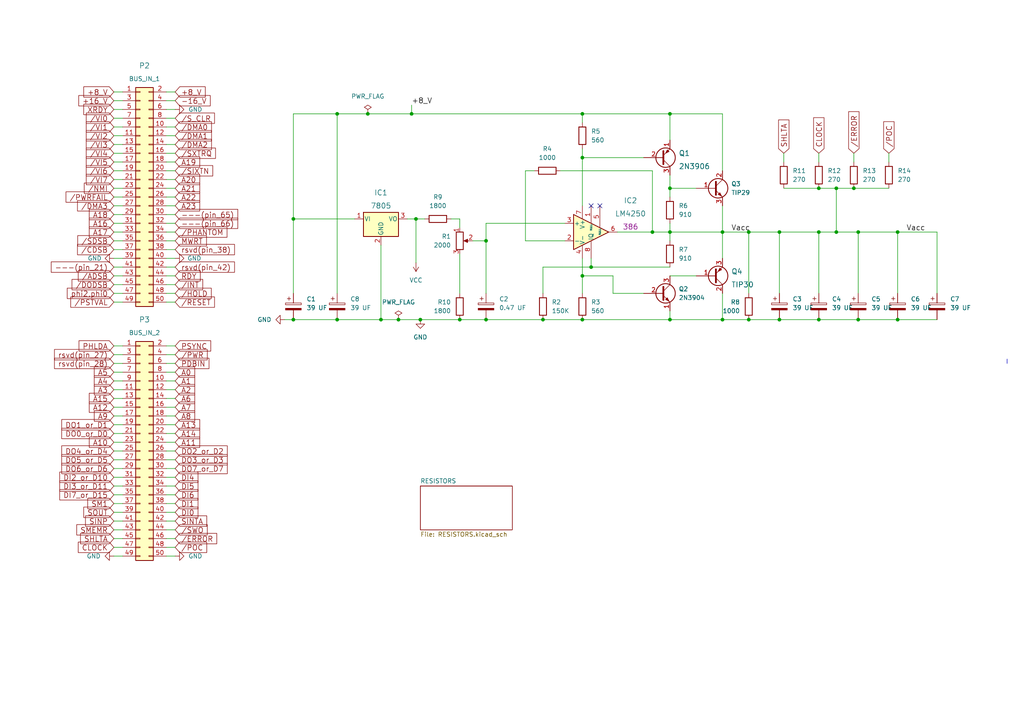
<source format=kicad_sch>
(kicad_sch (version 20211123) (generator eeschema)
  (paper "A4")
  (title_block (title "noname.sch") (date "11 dec 2011"))
  (lib_symbols
    (symbol "Amplifier_Operational:LM4250" (pin_names (offset 0.127))
      (property "Reference" "U" (at 6.35 6.35 0))
      (property "Value" "LM4250" (at 5.08 3.81 0))
      (symbol "LM4250_1_1"
        (pin input line (at 0 7.62 270) (length 5.08) (name "NULL") (number "1"))
        (pin input line (at -7.62 -2.54 0) (length 2.54) (name "-") (number "2"))
        (pin input line (at -7.62 2.54 0) (length 2.54) (name "+") (number "3"))
        (pin power_in line (at -2.54 -7.62 90) (length 3.81) (name "V-") (number "4"))
        (pin input line (at 2.54 7.62 270) (length 6.35) (name "NULL") (number "5"))
        (pin output line (at 7.62 0 180) (length 2.54) (name "~") (number "6"))
        (pin power_in line (at -2.54 7.62 270) (length 3.81) (name "V+") (number "7"))
        (pin input line (at 0 -7.62 90) (length 5.08) (name "IQ") (number "8"))
      )
    )
    (symbol "Connector_Generic:Conn_02x25_Odd_Even" (pin_names (offset 1.016) hide)
      (property "Reference" "J" (at 1.27 33.02 0))
      (property "Value" "Conn_02x25_Odd_Even" (at 1.27 -33.02 0))
      (symbol "Conn_02x25_Odd_Even_1_1"
        (pin passive line (at -5.08 30.48 0) (length 3.81) (name "Pin_1") (number "1"))
        (pin passive line (at 7.62 20.32 180) (length 3.81) (name "Pin_10") (number "10"))
        (pin passive line (at -5.08 17.78 0) (length 3.81) (name "Pin_11") (number "11"))
        (pin passive line (at 7.62 17.78 180) (length 3.81) (name "Pin_12") (number "12"))
        (pin passive line (at -5.08 15.24 0) (length 3.81) (name "Pin_13") (number "13"))
        (pin passive line (at 7.62 15.24 180) (length 3.81) (name "Pin_14") (number "14"))
        (pin passive line (at -5.08 12.7 0) (length 3.81) (name "Pin_15") (number "15"))
        (pin passive line (at 7.62 12.7 180) (length 3.81) (name "Pin_16") (number "16"))
        (pin passive line (at -5.08 10.16 0) (length 3.81) (name "Pin_17") (number "17"))
        (pin passive line (at 7.62 10.16 180) (length 3.81) (name "Pin_18") (number "18"))
        (pin passive line (at -5.08 7.62 0) (length 3.81) (name "Pin_19") (number "19"))
        (pin passive line (at 7.62 30.48 180) (length 3.81) (name "Pin_2") (number "2"))
        (pin passive line (at 7.62 7.62 180) (length 3.81) (name "Pin_20") (number "20"))
        (pin passive line (at -5.08 5.08 0) (length 3.81) (name "Pin_21") (number "21"))
        (pin passive line (at 7.62 5.08 180) (length 3.81) (name "Pin_22") (number "22"))
        (pin passive line (at -5.08 2.54 0) (length 3.81) (name "Pin_23") (number "23"))
        (pin passive line (at 7.62 2.54 180) (length 3.81) (name "Pin_24") (number "24"))
        (pin passive line (at -5.08 0 0) (length 3.81) (name "Pin_25") (number "25"))
        (pin passive line (at 7.62 0 180) (length 3.81) (name "Pin_26") (number "26"))
        (pin passive line (at -5.08 -2.54 0) (length 3.81) (name "Pin_27") (number "27"))
        (pin passive line (at 7.62 -2.54 180) (length 3.81) (name "Pin_28") (number "28"))
        (pin passive line (at -5.08 -5.08 0) (length 3.81) (name "Pin_29") (number "29"))
        (pin passive line (at -5.08 27.94 0) (length 3.81) (name "Pin_3") (number "3"))
        (pin passive line (at 7.62 -5.08 180) (length 3.81) (name "Pin_30") (number "30"))
        (pin passive line (at -5.08 -7.62 0) (length 3.81) (name "Pin_31") (number "31"))
        (pin passive line (at 7.62 -7.62 180) (length 3.81) (name "Pin_32") (number "32"))
        (pin passive line (at -5.08 -10.16 0) (length 3.81) (name "Pin_33") (number "33"))
        (pin passive line (at 7.62 -10.16 180) (length 3.81) (name "Pin_34") (number "34"))
        (pin passive line (at -5.08 -12.7 0) (length 3.81) (name "Pin_35") (number "35"))
        (pin passive line (at 7.62 -12.7 180) (length 3.81) (name "Pin_36") (number "36"))
        (pin passive line (at -5.08 -15.24 0) (length 3.81) (name "Pin_37") (number "37"))
        (pin passive line (at 7.62 -15.24 180) (length 3.81) (name "Pin_38") (number "38"))
        (pin passive line (at -5.08 -17.78 0) (length 3.81) (name "Pin_39") (number "39"))
        (pin passive line (at 7.62 27.94 180) (length 3.81) (name "Pin_4") (number "4"))
        (pin passive line (at 7.62 -17.78 180) (length 3.81) (name "Pin_40") (number "40"))
        (pin passive line (at -5.08 -20.32 0) (length 3.81) (name "Pin_41") (number "41"))
        (pin passive line (at 7.62 -20.32 180) (length 3.81) (name "Pin_42") (number "42"))
        (pin passive line (at -5.08 -22.86 0) (length 3.81) (name "Pin_43") (number "43"))
        (pin passive line (at 7.62 -22.86 180) (length 3.81) (name "Pin_44") (number "44"))
        (pin passive line (at -5.08 -25.4 0) (length 3.81) (name "Pin_45") (number "45"))
        (pin passive line (at 7.62 -25.4 180) (length 3.81) (name "Pin_46") (number "46"))
        (pin passive line (at -5.08 -27.94 0) (length 3.81) (name "Pin_47") (number "47"))
        (pin passive line (at 7.62 -27.94 180) (length 3.81) (name "Pin_48") (number "48"))
        (pin passive line (at -5.08 -30.48 0) (length 3.81) (name "Pin_49") (number "49"))
        (pin passive line (at -5.08 25.4 0) (length 3.81) (name "Pin_5") (number "5"))
        (pin passive line (at 7.62 -30.48 180) (length 3.81) (name "Pin_50") (number "50"))
        (pin passive line (at 7.62 25.4 180) (length 3.81) (name "Pin_6") (number "6"))
        (pin passive line (at -5.08 22.86 0) (length 3.81) (name "Pin_7") (number "7"))
        (pin passive line (at 7.62 22.86 180) (length 3.81) (name "Pin_8") (number "8"))
        (pin passive line (at -5.08 20.32 0) (length 3.81) (name "Pin_9") (number "9"))
      )
    )
    (symbol "Device:C_Polarized" (pin_numbers hide) (pin_names (offset 0.254))
      (property "Reference" "C" (at 0.635 2.54 0))
      (property "Value" "C_Polarized" (at 0.635 -2.54 0))
      (symbol "C_Polarized_1_1"
        (pin passive line (at 0 3.81 270) (length 2.794) (name "~") (number "1"))
        (pin passive line (at 0 -3.81 90) (length 2.794) (name "~") (number "2"))
      )
    )
    (symbol "Device:Q_NPN_BCE" (pin_names (offset 0) hide)
      (property "Reference" "Q" (at 5.08 1.27 0))
      (property "Value" "Q_NPN_BCE" (at 5.08 -1.27 0))
      (symbol "Q_NPN_BCE_1_1"
        (pin input line (at -5.08 0 0) (length 5.715) (name "B") (number "1"))
        (pin passive line (at 2.54 5.08 270) (length 2.54) (name "C") (number "2"))
        (pin passive line (at 2.54 -5.08 90) (length 2.54) (name "E") (number "3"))
      )
    )
    (symbol "Device:Q_PNP_BCE" (pin_names (offset 0) hide)
      (property "Reference" "Q" (at 5.08 1.27 0))
      (property "Value" "Q_PNP_BCE" (at 5.08 -1.27 0))
      (symbol "Q_PNP_BCE_1_1"
        (pin input line (at -5.08 0 0) (length 5.715) (name "B") (number "1"))
        (pin passive line (at 2.54 5.08 270) (length 2.54) (name "C") (number "2"))
        (pin passive line (at 2.54 -5.08 90) (length 2.54) (name "E") (number "3"))
      )
    )
    (symbol "Device:R" (pin_numbers hide) (pin_names (offset 0))
      (property "Reference" "R" (at 2.032 0 90))
      (property "Value" "R" (at 0 0 90))
      (symbol "R_1_1"
        (pin passive line (at 0 3.81 270) (length 1.27) (name "~") (number "1"))
        (pin passive line (at 0 -3.81 90) (length 1.27) (name "~") (number "2"))
      )
    )
    (symbol "Device:R_Potentiometer" (pin_names (offset 1.016) hide)
      (property "Reference" "RV" (at -4.445 0 90))
      (property "Value" "R_Potentiometer" (at -2.54 0 90))
      (symbol "R_Potentiometer_1_1"
        (pin passive line (at 0 3.81 270) (length 1.27) (name "1") (number "1"))
        (pin passive line (at 3.81 0 180) (length 1.27) (name "2") (number "2"))
        (pin passive line (at 0 -3.81 90) (length 1.27) (name "3") (number "3"))
      )
    )
    (symbol "Regulator_Linear:LM7805_TO220" (pin_names (offset 0.254))
      (property "Reference" "U" (at -3.81 3.175 0))
      (property "Value" "LM7805_TO220" (at 0 3.175 0))
      (symbol "LM7805_TO220_1_1"
        (pin power_in line (at -7.62 0 0) (length 2.54) (name "VI") (number "1"))
        (pin power_in line (at 0 -7.62 90) (length 2.54) (name "GND") (number "2"))
        (pin power_out line (at 7.62 0 180) (length 2.54) (name "VO") (number "3"))
      )
    )
    (symbol "Transistor_BJT:2N3904" (pin_names (offset 0) hide)
      (property "Reference" "Q" (at 5.08 1.905 0))
      (property "Value" "2N3904" (at 5.08 0 0))
      (symbol "2N3904_1_1"
        (pin passive line (at 2.54 -5.08 90) (length 2.54) (name "E") (number "1"))
        (pin passive line (at -5.08 0 0) (length 5.715) (name "B") (number "2"))
        (pin passive line (at 2.54 5.08 270) (length 2.54) (name "C") (number "3"))
      )
    )
    (symbol "Transistor_BJT:2N3906" (pin_names (offset 0) hide)
      (property "Reference" "Q" (at 5.08 1.905 0))
      (property "Value" "2N3906" (at 5.08 0 0))
      (symbol "2N3906_1_1"
        (pin passive line (at 2.54 -5.08 90) (length 2.54) (name "E") (number "1"))
        (pin input line (at -5.08 0 0) (length 5.715) (name "B") (number "2"))
        (pin passive line (at 2.54 5.08 270) (length 2.54) (name "C") (number "3"))
      )
    )
    (symbol "power:GND" (power) (pin_names (offset 0))
      (property "Value" "GND" (at 0 -3.81 0))
      (symbol "GND_1_1"
        (pin power_in line (at 0 0 270) (length 0) hide (name "GND") (number "1"))
      )
    )
    (symbol "power:PWR_FLAG" (power) (pin_numbers hide) (pin_names (offset 0) hide)
      (property "Value" "PWR_FLAG" (at 0 3.81 0))
      (symbol "PWR_FLAG_0_0"
        (pin power_out line (at 0 0 90) (length 0) (name "pwr") (number "1"))
      )
    )
    (symbol "power:VCC" (power) (pin_names (offset 0))
      (property "Value" "VCC" (at 0 3.81 0))
      (symbol "VCC_1_1"
        (pin power_in line (at 0 0 90) (length 0) hide (name "VCC") (number "1"))
      )
    )
  )
  (junction (at 260.35 67.31))
  (junction (at 157.48 92.71))
  (junction (at 194.31 67.31))
  (junction (at 242.57 67.31))
  (junction (at 226.06 92.71))
  (junction (at 237.49 54.61))
  (junction (at 194.31 33.02))
  (junction (at 168.91 92.71))
  (junction (at 248.92 67.31))
  (junction (at 194.31 92.71))
  (junction (at 260.35 92.71))
  (junction (at 85.09 63.5))
  (junction (at 121.92 92.71))
  (junction (at 115.57 92.71))
  (junction (at 133.35 92.71))
  (junction (at 209.55 67.31))
  (junction (at 189.23 67.31))
  (junction (at 168.91 80.01))
  (junction (at 119.38 33.02))
  (junction (at 217.17 92.71))
  (junction (at 168.91 45.72))
  (junction (at 237.49 92.71))
  (junction (at 237.49 67.31))
  (junction (at 97.79 33.02))
  (junction (at 171.45 77.47))
  (junction (at 247.65 54.61))
  (junction (at 217.17 67.31))
  (junction (at 140.97 92.71))
  (junction (at 85.09 92.71))
  (junction (at 242.57 54.61))
  (junction (at 106.68 33.02))
  (junction (at 226.06 67.31))
  (junction (at 97.79 92.71))
  (junction (at 140.97 69.85))
  (junction (at 168.91 33.02))
  (junction (at 194.31 54.61))
  (junction (at 209.55 92.71))
  (junction (at 120.65 63.5))
  (junction (at 248.92 92.71))
  (junction (at 110.49 92.71))
  (no_connect (at 171.45 59.69))
  (no_connect (at 173.99 59.69))
  (wire (pts (xy 33.02 46.99) (xy 35.56 46.99)))
  (wire (pts (xy 48.26 54.61) (xy 50.8 54.61)))
  (wire (pts (xy 33.02 72.39) (xy 35.56 72.39)))
  (wire (pts (xy 48.26 102.87) (xy 50.8 102.87)))
  (wire (pts (xy 33.02 138.43) (xy 35.56 138.43)))
  (wire (pts (xy 48.26 156.21) (xy 50.8 156.21)))
  (wire (pts (xy 33.02 148.59) (xy 35.56 148.59)))
  (wire (pts (xy 33.02 26.67) (xy 35.56 26.67)))
  (wire (pts (xy 48.26 74.93) (xy 50.8 74.93)))
  (wire (pts (xy 48.26 49.53) (xy 50.8 49.53)))
  (wire (pts (xy 237.49 46.99) (xy 237.49 44.45)))
  (polyline (pts (xy 292.1 105.41) (xy 292.1 104.14)))
  (wire (pts (xy 48.26 135.89) (xy 50.8 135.89)))
  (wire (pts (xy 33.02 67.31) (xy 35.56 67.31)))
  (wire (pts (xy 48.26 52.07) (xy 50.8 52.07)))
  (wire (pts (xy 85.09 63.5) (xy 102.87 63.5)))
  (wire (pts (xy 48.26 158.75) (xy 50.8 158.75)))
  (wire (pts (xy 209.55 92.71) (xy 217.17 92.71)))
  (wire (pts (xy 33.02 29.21) (xy 35.56 29.21)))
  (wire (pts (xy 152.4 69.85) (xy 163.83 69.85)))
  (wire (pts (xy 33.02 130.81) (xy 35.56 130.81)))
  (wire (pts (xy 48.26 64.77) (xy 50.8 64.77)))
  (wire (pts (xy 120.65 76.2) (xy 120.65 63.5)))
  (wire (pts (xy 194.31 33.02) (xy 168.91 33.02)))
  (wire (pts (xy 48.26 80.01) (xy 50.8 80.01)))
  (wire (pts (xy 271.78 67.31) (xy 271.78 85.09)))
  (wire (pts (xy 201.93 54.61) (xy 194.31 54.61)))
  (wire (pts (xy 33.02 87.63) (xy 35.56 87.63)))
  (wire (pts (xy 33.02 153.67) (xy 35.56 153.67)))
  (wire (pts (xy 48.26 39.37) (xy 50.8 39.37)))
  (wire (pts (xy 194.31 67.31) (xy 194.31 69.85)))
  (wire (pts (xy 48.26 146.05) (xy 50.8 146.05)))
  (wire (pts (xy 33.02 34.29) (xy 35.56 34.29)))
  (wire (pts (xy 120.65 63.5) (xy 123.19 63.5)))
  (wire (pts (xy 168.91 33.02) (xy 168.91 35.56)))
  (wire (pts (xy 140.97 64.77) (xy 163.83 64.77)))
  (wire (pts (xy 48.26 100.33) (xy 50.8 100.33)))
  (wire (pts (xy 260.35 92.71) (xy 271.78 92.71)))
  (wire (pts (xy 194.31 54.61) (xy 194.31 57.15)))
  (wire (pts (xy 209.55 33.02) (xy 194.31 33.02)))
  (wire (pts (xy 168.91 45.72) (xy 168.91 59.69)))
  (wire (pts (xy 48.26 148.59) (xy 50.8 148.59)))
  (wire (pts (xy 48.26 133.35) (xy 50.8 133.35)))
  (wire (pts (xy 194.31 92.71) (xy 194.31 90.17)))
  (wire (pts (xy 217.17 67.31) (xy 217.17 85.09)))
  (wire (pts (xy 48.26 82.55) (xy 50.8 82.55)))
  (wire (pts (xy 48.26 31.75) (xy 50.8 31.75)))
  (wire (pts (xy 248.92 67.31) (xy 248.92 85.09)))
  (wire (pts (xy 33.02 59.69) (xy 35.56 59.69)))
  (wire (pts (xy 48.26 118.11) (xy 50.8 118.11)))
  (wire (pts (xy 33.02 77.47) (xy 35.56 77.47)))
  (wire (pts (xy 33.02 62.23) (xy 35.56 62.23)))
  (wire (pts (xy 133.35 63.5) (xy 133.35 66.04)))
  (wire (pts (xy 85.09 63.5) (xy 85.09 85.09)))
  (wire (pts (xy 85.09 33.02) (xy 85.09 63.5)))
  (wire (pts (xy 48.26 140.97) (xy 50.8 140.97)))
  (wire (pts (xy 33.02 158.75) (xy 35.56 158.75)))
  (wire (pts (xy 48.26 46.99) (xy 50.8 46.99)))
  (wire (pts (xy 133.35 92.71) (xy 140.97 92.71)))
  (wire (pts (xy 248.92 92.71) (xy 260.35 92.71)))
  (wire (pts (xy 157.48 92.71) (xy 168.91 92.71)))
  (wire (pts (xy 137.16 69.85) (xy 140.97 69.85)))
  (wire (pts (xy 257.81 46.99) (xy 257.81 44.45)))
  (wire (pts (xy 33.02 135.89) (xy 35.56 135.89)))
  (wire (pts (xy 157.48 85.09) (xy 157.48 77.47)))
  (wire (pts (xy 33.02 80.01) (xy 35.56 80.01)))
  (wire (pts (xy 217.17 67.31) (xy 209.55 67.31)))
  (wire (pts (xy 48.26 130.81) (xy 50.8 130.81)))
  (wire (pts (xy 48.26 59.69) (xy 50.8 59.69)))
  (wire (pts (xy 152.4 49.53) (xy 154.94 49.53)))
  (wire (pts (xy 171.45 77.47) (xy 194.31 77.47)))
  (wire (pts (xy 33.02 49.53) (xy 35.56 49.53)))
  (wire (pts (xy 260.35 67.31) (xy 260.35 85.09)))
  (wire (pts (xy 33.02 36.83) (xy 35.56 36.83)))
  (wire (pts (xy 97.79 85.09) (xy 97.79 33.02)))
  (wire (pts (xy 209.55 49.53) (xy 209.55 33.02)))
  (wire (pts (xy 237.49 67.31) (xy 226.06 67.31)))
  (wire (pts (xy 48.26 120.65) (xy 50.8 120.65)))
  (wire (pts (xy 33.02 82.55) (xy 35.56 82.55)))
  (wire (pts (xy 48.26 125.73) (xy 50.8 125.73)))
  (wire (pts (xy 242.57 67.31) (xy 237.49 67.31)))
  (wire (pts (xy 209.55 59.69) (xy 209.55 67.31)))
  (wire (pts (xy 152.4 69.85) (xy 152.4 49.53)))
  (wire (pts (xy 119.38 30.48) (xy 119.38 33.02)))
  (wire (pts (xy 97.79 33.02) (xy 106.68 33.02)))
  (wire (pts (xy 115.57 92.71) (xy 121.92 92.71)))
  (wire (pts (xy 33.02 151.13) (xy 35.56 151.13)))
  (wire (pts (xy 48.26 128.27) (xy 50.8 128.27)))
  (wire (pts (xy 194.31 67.31) (xy 209.55 67.31)))
  (wire (pts (xy 48.26 161.29) (xy 50.8 161.29)))
  (wire (pts (xy 33.02 64.77) (xy 35.56 64.77)))
  (wire (pts (xy 248.92 67.31) (xy 242.57 67.31)))
  (wire (pts (xy 48.26 62.23) (xy 50.8 62.23)))
  (wire (pts (xy 33.02 74.93) (xy 35.56 74.93)))
  (wire (pts (xy 162.56 49.53) (xy 189.23 49.53)))
  (wire (pts (xy 48.26 115.57) (xy 50.8 115.57)))
  (wire (pts (xy 209.55 67.31) (xy 209.55 74.93)))
  (wire (pts (xy 194.31 92.71) (xy 209.55 92.71)))
  (wire (pts (xy 227.33 54.61) (xy 237.49 54.61)))
  (wire (pts (xy 48.26 123.19) (xy 50.8 123.19)))
  (wire (pts (xy 48.26 36.83) (xy 50.8 36.83)))
  (wire (pts (xy 119.38 33.02) (xy 168.91 33.02)))
  (wire (pts (xy 177.8 85.09) (xy 186.69 85.09)))
  (wire (pts (xy 121.92 92.71) (xy 133.35 92.71)))
  (wire (pts (xy 48.26 105.41) (xy 50.8 105.41)))
  (wire (pts (xy 48.26 44.45) (xy 50.8 44.45)))
  (wire (pts (xy 48.26 143.51) (xy 50.8 143.51)))
  (wire (pts (xy 33.02 102.87) (xy 35.56 102.87)))
  (wire (pts (xy 177.8 80.01) (xy 177.8 85.09)))
  (wire (pts (xy 168.91 74.93) (xy 168.91 80.01)))
  (wire (pts (xy 201.93 80.01) (xy 194.31 80.01)))
  (wire (pts (xy 33.02 128.27) (xy 35.56 128.27)))
  (wire (pts (xy 189.23 67.31) (xy 189.23 49.53)))
  (wire (pts (xy 247.65 46.99) (xy 247.65 44.45)))
  (wire (pts (xy 48.26 29.21) (xy 50.8 29.21)))
  (wire (pts (xy 186.69 45.72) (xy 168.91 45.72)))
  (wire (pts (xy 168.91 80.01) (xy 177.8 80.01)))
  (wire (pts (xy 33.02 39.37) (xy 35.56 39.37)))
  (wire (pts (xy 194.31 64.77) (xy 194.31 67.31)))
  (wire (pts (xy 133.35 73.66) (xy 133.35 85.09)))
  (wire (pts (xy 82.55 92.71) (xy 85.09 92.71)))
  (wire (pts (xy 48.26 113.03) (xy 50.8 113.03)))
  (wire (pts (xy 33.02 118.11) (xy 35.56 118.11)))
  (wire (pts (xy 48.26 110.49) (xy 50.8 110.49)))
  (wire (pts (xy 33.02 123.19) (xy 35.56 123.19)))
  (wire (pts (xy 33.02 54.61) (xy 35.56 54.61)))
  (wire (pts (xy 217.17 92.71) (xy 226.06 92.71)))
  (wire (pts (xy 33.02 110.49) (xy 35.56 110.49)))
  (wire (pts (xy 48.26 72.39) (xy 50.8 72.39)))
  (wire (pts (xy 260.35 67.31) (xy 248.92 67.31)))
  (wire (pts (xy 168.91 80.01) (xy 168.91 85.09)))
  (wire (pts (xy 33.02 107.95) (xy 35.56 107.95)))
  (wire (pts (xy 33.02 125.73) (xy 35.56 125.73)))
  (wire (pts (xy 168.91 43.18) (xy 168.91 45.72)))
  (wire (pts (xy 242.57 54.61) (xy 247.65 54.61)))
  (wire (pts (xy 247.65 54.61) (xy 257.81 54.61)))
  (wire (pts (xy 242.57 54.61) (xy 242.57 67.31)))
  (wire (pts (xy 118.11 63.5) (xy 120.65 63.5)))
  (wire (pts (xy 209.55 92.71) (xy 209.55 85.09)))
  (wire (pts (xy 110.49 92.71) (xy 110.49 71.12)))
  (wire (pts (xy 48.26 69.85) (xy 50.8 69.85)))
  (wire (pts (xy 33.02 133.35) (xy 35.56 133.35)))
  (wire (pts (xy 226.06 92.71) (xy 237.49 92.71)))
  (wire (pts (xy 179.07 67.31) (xy 189.23 67.31)))
  (wire (pts (xy 48.26 41.91) (xy 50.8 41.91)))
  (wire (pts (xy 33.02 146.05) (xy 35.56 146.05)))
  (wire (pts (xy 48.26 26.67) (xy 50.8 26.67)))
  (wire (pts (xy 237.49 67.31) (xy 237.49 85.09)))
  (wire (pts (xy 106.68 33.02) (xy 119.38 33.02)))
  (wire (pts (xy 48.26 77.47) (xy 50.8 77.47)))
  (wire (pts (xy 260.35 67.31) (xy 271.78 67.31)))
  (wire (pts (xy 33.02 41.91) (xy 35.56 41.91)))
  (wire (pts (xy 140.97 92.71) (xy 157.48 92.71)))
  (wire (pts (xy 194.31 33.02) (xy 194.31 40.64)))
  (wire (pts (xy 226.06 67.31) (xy 226.06 85.09)))
  (wire (pts (xy 33.02 156.21) (xy 35.56 156.21)))
  (wire (pts (xy 48.26 34.29) (xy 50.8 34.29)))
  (wire (pts (xy 33.02 100.33) (xy 35.56 100.33)))
  (wire (pts (xy 171.45 74.93) (xy 171.45 77.47)))
  (wire (pts (xy 48.26 57.15) (xy 50.8 57.15)))
  (wire (pts (xy 237.49 54.61) (xy 242.57 54.61)))
  (wire (pts (xy 97.79 92.71) (xy 110.49 92.71)))
  (wire (pts (xy 33.02 105.41) (xy 35.56 105.41)))
  (wire (pts (xy 33.02 115.57) (xy 35.56 115.57)))
  (wire (pts (xy 33.02 57.15) (xy 35.56 57.15)))
  (wire (pts (xy 33.02 44.45) (xy 35.56 44.45)))
  (wire (pts (xy 33.02 31.75) (xy 35.56 31.75)))
  (wire (pts (xy 48.26 87.63) (xy 50.8 87.63)))
  (wire (pts (xy 130.81 63.5) (xy 133.35 63.5)))
  (wire (pts (xy 97.79 33.02) (xy 85.09 33.02)))
  (wire (pts (xy 33.02 85.09) (xy 35.56 85.09)))
  (wire (pts (xy 33.02 69.85) (xy 35.56 69.85)))
  (wire (pts (xy 33.02 120.65) (xy 35.56 120.65)))
  (wire (pts (xy 33.02 113.03) (xy 35.56 113.03)))
  (wire (pts (xy 194.31 54.61) (xy 194.31 50.8)))
  (wire (pts (xy 33.02 143.51) (xy 35.56 143.51)))
  (wire (pts (xy 33.02 161.29) (xy 35.56 161.29)))
  (wire (pts (xy 48.26 138.43) (xy 50.8 138.43)))
  (wire (pts (xy 227.33 46.99) (xy 227.33 44.45)))
  (wire (pts (xy 171.45 77.47) (xy 157.48 77.47)))
  (wire (pts (xy 33.02 52.07) (xy 35.56 52.07)))
  (wire (pts (xy 85.09 92.71) (xy 97.79 92.71)))
  (wire (pts (xy 189.23 67.31) (xy 194.31 67.31)))
  (wire (pts (xy 48.26 107.95) (xy 50.8 107.95)))
  (wire (pts (xy 140.97 64.77) (xy 140.97 69.85)))
  (wire (pts (xy 48.26 67.31) (xy 50.8 67.31)))
  (wire (pts (xy 168.91 92.71) (xy 194.31 92.71)))
  (wire (pts (xy 33.02 140.97) (xy 35.56 140.97)))
  (wire (pts (xy 48.26 153.67) (xy 50.8 153.67)))
  (wire (pts (xy 140.97 69.85) (xy 140.97 85.09)))
  (wire (pts (xy 110.49 92.71) (xy 115.57 92.71)))
  (wire (pts (xy 237.49 92.71) (xy 248.92 92.71)))
  (wire (pts (xy 226.06 67.31) (xy 217.17 67.31)))
  (wire (pts (xy 48.26 85.09) (xy 50.8 85.09)))
  (wire (pts (xy 48.26 151.13) (xy 50.8 151.13)))
  (label "+8_V" (at 119.38 30.48 0) (effects (font (size 1.524 1.524))))
  (label "Vacc" (at 262.89 67.31 0) (effects (font (size 1.524 1.524))))
  (label "Vacc" (at 212.09 67.31 0) (effects (font (size 1.524 1.524))))
  (global_label "SINTA" (shape input) (at 50.8 151.13 0) (effects (font (size 1.524 1.524))) (property "Intersheet References" "${INTERSHEET_REFS}" (at 59.83 151.0348 0) (effects (font (size 1.524 1.524)) (justify left))))
  (global_label "-16_V" (shape input) (at 50.8 29.21 0) (effects (font (size 1.524 1.524))) (property "Intersheet References" "${INTERSHEET_REFS}" (at 60.846 29.1148 0) (effects (font (size 1.524 1.524)) (justify left))))
  (global_label "A23" (shape input) (at 50.8 59.69 0) (effects (font (size 1.524 1.524))) (property "Intersheet References" "${INTERSHEET_REFS}" (at 57.798 59.5948 0) (effects (font (size 1.524 1.524)) (justify left))))
  (global_label "SINP" (shape input) (at 33.02 151.13 180) (effects (font (size 1.524 1.524))) (property "Intersheet References" "${INTERSHEET_REFS}" (at 24.9334 151.0348 0) (effects (font (size 1.524 1.524)) (justify right))))
  (global_label "DI3_or_D11" (shape input) (at 33.02 140.97 180) (effects (font (size 1.524 1.524))) (property "Intersheet References" "${INTERSHEET_REFS}" (at 17.4585 140.8748 0) (effects (font (size 1.524 1.524)) (justify right))))
  (global_label "DO1_or_D1" (shape input) (at 33.02 123.19 180) (effects (font (size 1.524 1.524))) (property "Intersheet References" "${INTERSHEET_REFS}" (at 18.0391 123.0948 0) (effects (font (size 1.524 1.524)) (justify right))))
  (global_label "A22" (shape input) (at 50.8 57.15 0) (effects (font (size 1.524 1.524))) (property "Intersheet References" "${INTERSHEET_REFS}" (at 57.798 57.0548 0) (effects (font (size 1.524 1.524)) (justify left))))
  (global_label "XRDY" (shape input) (at 33.02 31.75 180) (effects (font (size 1.524 1.524))) (property "Intersheet References" "${INTERSHEET_REFS}" (at 24.4254 31.6548 0) (effects (font (size 1.524 1.524)) (justify right))))
  (global_label "DI0" (shape input) (at 50.8 148.59 0) (effects (font (size 1.524 1.524))) (property "Intersheet References" "${INTERSHEET_REFS}" (at 57.29 148.4948 0) (effects (font (size 1.524 1.524)) (justify left))))
  (global_label "/VI2" (shape input) (at 33.02 39.37 180) (effects (font (size 1.524 1.524))) (property "Intersheet References" "${INTERSHEET_REFS}" (at 25.1511 39.2748 0) (effects (font (size 1.524 1.524)) (justify right))))
  (global_label "rsvd(pin_38)" (shape input) (at 50.8 72.39 0) (effects (font (size 1.524 1.524))) (property "Intersheet References" "${INTERSHEET_REFS}" (at 67.8855 72.2948 0) (effects (font (size 1.524 1.524)) (justify left))))
  (global_label "/VI7" (shape input) (at 33.02 52.07 180) (effects (font (size 1.524 1.524))) (property "Intersheet References" "${INTERSHEET_REFS}" (at 25.1511 51.9748 0) (effects (font (size 1.524 1.524)) (justify right))))
  (global_label "A9" (shape input) (at 33.02 120.65 180) (effects (font (size 1.524 1.524))) (property "Intersheet References" "${INTERSHEET_REFS}" (at 27.4734 120.5548 0) (effects (font (size 1.524 1.524)) (justify right))))
  (global_label "/SWO" (shape input) (at 50.8 153.67 0) (effects (font (size 1.524 1.524))) (property "Intersheet References" "${INTERSHEET_REFS}" (at 59.9752 153.5748 0) (effects (font (size 1.524 1.524)) (justify left))))
  (global_label "/DODSB" (shape input) (at 33.02 82.55 180) (effects (font (size 1.524 1.524))) (property "Intersheet References" "${INTERSHEET_REFS}" (at 21.0145 82.4548 0) (effects (font (size 1.524 1.524)) (justify right))))
  (global_label "DO4_or_D4" (shape input) (at 33.02 130.81 180) (effects (font (size 1.524 1.524))) (property "Intersheet References" "${INTERSHEET_REFS}" (at 18.0391 130.7148 0) (effects (font (size 1.524 1.524)) (justify right))))
  (global_label "A17" (shape input) (at 33.02 67.31 180) (effects (font (size 1.524 1.524))) (property "Intersheet References" "${INTERSHEET_REFS}" (at 26.022 67.2148 0) (effects (font (size 1.524 1.524)) (justify right))))
  (global_label "/DMA1" (shape input) (at 50.8 39.37 0) (effects (font (size 1.524 1.524))) (property "Intersheet References" "${INTERSHEET_REFS}" (at 61.2089 39.2748 0) (effects (font (size 1.524 1.524)) (justify left))))
  (global_label "DI4" (shape input) (at 50.8 138.43 0) (effects (font (size 1.524 1.524))) (property "Intersheet References" "${INTERSHEET_REFS}" (at 57.29 138.3348 0) (effects (font (size 1.524 1.524)) (justify left))))
  (global_label "rsvd(pin_27)" (shape input) (at 33.02 102.87 180) (effects (font (size 1.524 1.524))) (property "Intersheet References" "${INTERSHEET_REFS}" (at 15.9345 102.7748 0) (effects (font (size 1.524 1.524)) (justify right))))
  (global_label "/PWR" (shape input) (at 50.8 102.87 0) (effects (font (size 1.524 1.524))) (property "Intersheet References" "${INTERSHEET_REFS}" (at 59.9752 102.7748 0) (effects (font (size 1.524 1.524)) (justify left))))
  (global_label "/ERROR" (shape input) (at 50.8 156.21 0) (effects (font (size 1.524 1.524))) (property "Intersheet References" "${INTERSHEET_REFS}" (at 62.7329 156.1148 0) (effects (font (size 1.524 1.524)) (justify left))))
  (global_label "A3" (shape input) (at 33.02 113.03 180) (effects (font (size 1.524 1.524))) (property "Intersheet References" "${INTERSHEET_REFS}" (at 27.4734 112.9348 0) (effects (font (size 1.524 1.524)) (justify right))))
  (global_label "/PWRFAIL" (shape input) (at 33.02 57.15 180) (effects (font (size 1.524 1.524))) (property "Intersheet References" "${INTERSHEET_REFS}" (at 19.2728 57.0548 0) (effects (font (size 1.524 1.524)) (justify right))))
  (global_label "RDY" (shape input) (at 50.8 80.01 0) (effects (font (size 1.524 1.524))) (property "Intersheet References" "${INTERSHEET_REFS}" (at 57.9432 79.9148 0) (effects (font (size 1.524 1.524)) (justify left))))
  (global_label "DI7_or_D15" (shape input) (at 33.02 143.51 180) (effects (font (size 1.524 1.524))) (property "Intersheet References" "${INTERSHEET_REFS}" (at 17.4585 143.4148 0) (effects (font (size 1.524 1.524)) (justify right))))
  (global_label "/VI4" (shape input) (at 33.02 44.45 180) (effects (font (size 1.524 1.524))) (property "Intersheet References" "${INTERSHEET_REFS}" (at 25.1511 44.3548 0) (effects (font (size 1.524 1.524)) (justify right))))
  (global_label "A11" (shape input) (at 50.8 128.27 0) (effects (font (size 1.524 1.524))) (property "Intersheet References" "${INTERSHEET_REFS}" (at 57.798 128.1748 0) (effects (font (size 1.524 1.524)) (justify left))))
  (global_label "/VI5" (shape input) (at 33.02 46.99 180) (effects (font (size 1.524 1.524))) (property "Intersheet References" "${INTERSHEET_REFS}" (at 25.1511 46.8948 0) (effects (font (size 1.524 1.524)) (justify right))))
  (global_label "/CDSB" (shape input) (at 33.02 72.39 180) (effects (font (size 1.524 1.524))) (property "Intersheet References" "${INTERSHEET_REFS}" (at 22.6111 72.2948 0) (effects (font (size 1.524 1.524)) (justify right))))
  (global_label "DI1" (shape input) (at 50.8 146.05 0) (effects (font (size 1.524 1.524))) (property "Intersheet References" "${INTERSHEET_REFS}" (at 57.29 145.9548 0) (effects (font (size 1.524 1.524)) (justify left))))
  (global_label "/DMA2" (shape input) (at 50.8 41.91 0) (effects (font (size 1.524 1.524))) (property "Intersheet References" "${INTERSHEET_REFS}" (at 61.2089 41.8148 0) (effects (font (size 1.524 1.524)) (justify left))))
  (global_label "rsvd(pin_42)" (shape input) (at 50.8 77.47 0) (effects (font (size 1.524 1.524))) (property "Intersheet References" "${INTERSHEET_REFS}" (at 67.8855 77.3748 0) (effects (font (size 1.524 1.524)) (justify left))))
  (global_label "/VI3" (shape input) (at 33.02 41.91 180) (effects (font (size 1.524 1.524))) (property "Intersheet References" "${INTERSHEET_REFS}" (at 25.1511 41.8148 0) (effects (font (size 1.524 1.524)) (justify right))))
  (global_label "DO2_or_D2" (shape input) (at 50.8 130.81 0) (effects (font (size 1.524 1.524))) (property "Intersheet References" "${INTERSHEET_REFS}" (at 65.7809 130.7148 0) (effects (font (size 1.524 1.524)) (justify left))))
  (global_label "/DMA3" (shape input) (at 33.02 59.69 180) (effects (font (size 1.524 1.524))) (property "Intersheet References" "${INTERSHEET_REFS}" (at 22.6111 59.5948 0) (effects (font (size 1.524 1.524)) (justify right))))
  (global_label "/SXTRQ" (shape input) (at 50.8 44.45 0) (effects (font (size 1.524 1.524))) (property "Intersheet References" "${INTERSHEET_REFS}" (at 62.37 44.3548 0) (effects (font (size 1.524 1.524)) (justify left))))
  (global_label "MWRT" (shape input) (at 50.8 69.85 0) (effects (font (size 1.524 1.524))) (property "Intersheet References" "${INTERSHEET_REFS}" (at 59.7575 69.7548 0) (effects (font (size 1.524 1.524)) (justify left))))
  (global_label "A5" (shape input) (at 33.02 107.95 180) (effects (font (size 1.524 1.524))) (property "Intersheet References" "${INTERSHEET_REFS}" (at 27.4734 107.8548 0) (effects (font (size 1.524 1.524)) (justify right))))
  (global_label "A6" (shape input) (at 50.8 115.57 0) (effects (font (size 1.524 1.524))) (property "Intersheet References" "${INTERSHEET_REFS}" (at 56.3466 115.4748 0) (effects (font (size 1.524 1.524)) (justify left))))
  (global_label "DO3_or_D3" (shape input) (at 50.8 133.35 0) (effects (font (size 1.524 1.524))) (property "Intersheet References" "${INTERSHEET_REFS}" (at 65.7809 133.2548 0) (effects (font (size 1.524 1.524)) (justify left))))
  (global_label "A16" (shape input) (at 33.02 64.77 180) (effects (font (size 1.524 1.524))) (property "Intersheet References" "${INTERSHEET_REFS}" (at 26.022 64.6748 0) (effects (font (size 1.524 1.524)) (justify right))))
  (global_label "---(pin_66)" (shape input) (at 50.8 64.77 0) (effects (font (size 1.524 1.524))) (property "Intersheet References" "${INTERSHEET_REFS}" (at 68.8289 64.6748 0) (effects (font (size 1.524 1.524)) (justify left))))
  (global_label "DI6" (shape input) (at 50.8 143.51 0) (effects (font (size 1.524 1.524))) (property "Intersheet References" "${INTERSHEET_REFS}" (at 57.29 143.4148 0) (effects (font (size 1.524 1.524)) (justify left))))
  (global_label "/VI0" (shape input) (at 33.02 34.29 180) (effects (font (size 1.524 1.524))) (property "Intersheet References" "${INTERSHEET_REFS}" (at 25.1511 34.1948 0) (effects (font (size 1.524 1.524)) (justify right))))
  (global_label "A1" (shape input) (at 50.8 110.49 0) (effects (font (size 1.524 1.524))) (property "Intersheet References" "${INTERSHEET_REFS}" (at 56.3466 110.3948 0) (effects (font (size 1.524 1.524)) (justify left))))
  (global_label "A15" (shape input) (at 33.02 115.57 180) (effects (font (size 1.524 1.524))) (property "Intersheet References" "${INTERSHEET_REFS}" (at 26.022 115.4748 0) (effects (font (size 1.524 1.524)) (justify right))))
  (global_label "/HOLD" (shape input) (at 50.8 85.09 0) (effects (font (size 1.524 1.524))) (property "Intersheet References" "${INTERSHEET_REFS}" (at 61.1363 84.9948 0) (effects (font (size 1.524 1.524)) (justify left))))
  (global_label "+16_V" (shape input) (at 33.02 29.21 180) (effects (font (size 1.524 1.524))) (property "Intersheet References" "${INTERSHEET_REFS}" (at 22.974 29.1148 0) (effects (font (size 1.524 1.524)) (justify right))))
  (global_label "A13" (shape input) (at 50.8 123.19 0) (effects (font (size 1.524 1.524))) (property "Intersheet References" "${INTERSHEET_REFS}" (at 57.798 123.0948 0) (effects (font (size 1.524 1.524)) (justify left))))
  (global_label "DI2_or_D10" (shape input) (at 33.02 138.43 180) (effects (font (size 1.524 1.524))) (property "Intersheet References" "${INTERSHEET_REFS}" (at 17.4585 138.3348 0) (effects (font (size 1.524 1.524)) (justify right))))
  (global_label "PHLDA" (shape input) (at 33.02 100.33 180) (effects (font (size 1.524 1.524))) (property "Intersheet References" "${INTERSHEET_REFS}" (at 23.0465 100.2348 0) (effects (font (size 1.524 1.524)) (justify right))))
  (global_label "/INT" (shape input) (at 50.8 82.55 0) (effects (font (size 1.524 1.524))) (property "Intersheet References" "${INTERSHEET_REFS}" (at 58.6689 82.4548 0) (effects (font (size 1.524 1.524)) (justify left))))
  (global_label "+8_V" (shape input) (at 50.8 26.67 0) (effects (font (size 1.524 1.524))) (property "Intersheet References" "${INTERSHEET_REFS}" (at 59.3946 26.5748 0) (effects (font (size 1.524 1.524)) (justify left))))
  (global_label "CLOCK" (shape input) (at 33.02 158.75 180) (effects (font (size 1.524 1.524))) (property "Intersheet References" "${INTERSHEET_REFS}" (at 22.8288 158.6548 0) (effects (font (size 1.524 1.524)) (justify right))))
  (global_label "/VI1" (shape input) (at 33.02 36.83 180) (effects (font (size 1.524 1.524))) (property "Intersheet References" "${INTERSHEET_REFS}" (at 25.1511 36.7348 0) (effects (font (size 1.524 1.524)) (justify right))))
  (global_label "SHLTA" (shape input) (at 33.02 156.21 180) (effects (font (size 1.524 1.524))) (property "Intersheet References" "${INTERSHEET_REFS}" (at 23.482 156.1148 0) (effects (font (size 1.524 1.524)) (justify right))))
  (global_label "rsvd(pin_28)" (shape input) (at 33.02 105.41 180) (effects (font (size 1.524 1.524))) (property "Intersheet References" "${INTERSHEET_REFS}" (at 15.9345 105.3148 0) (effects (font (size 1.524 1.524)) (justify right))))
  (global_label "A0" (shape input) (at 50.8 107.95 0) (effects (font (size 1.524 1.524))) (property "Intersheet References" "${INTERSHEET_REFS}" (at 56.3466 107.8548 0) (effects (font (size 1.524 1.524)) (justify left))))
  (global_label "SOUT" (shape input) (at 33.02 148.59 180) (effects (font (size 1.524 1.524))) (property "Intersheet References" "${INTERSHEET_REFS}" (at 24.4254 148.4948 0) (effects (font (size 1.524 1.524)) (justify right))))
  (global_label "A12" (shape input) (at 33.02 118.11 180) (effects (font (size 1.524 1.524))) (property "Intersheet References" "${INTERSHEET_REFS}" (at 26.022 118.0148 0) (effects (font (size 1.524 1.524)) (justify right))))
  (global_label "A20" (shape input) (at 50.8 52.07 0) (effects (font (size 1.524 1.524))) (property "Intersheet References" "${INTERSHEET_REFS}" (at 57.798 51.9748 0) (effects (font (size 1.524 1.524)) (justify left))))
  (global_label "DI5" (shape input) (at 50.8 140.97 0) (effects (font (size 1.524 1.524))) (property "Intersheet References" "${INTERSHEET_REFS}" (at 57.29 140.8748 0) (effects (font (size 1.524 1.524)) (justify left))))
  (global_label "/DMA0" (shape input) (at 50.8 36.83 0) (effects (font (size 1.524 1.524))) (property "Intersheet References" "${INTERSHEET_REFS}" (at 61.2089 36.7348 0) (effects (font (size 1.524 1.524)) (justify left))))
  (global_label "SHLTA" (shape input) (at 227.33 44.45 90) (effects (font (size 1.524 1.524))) (property "Intersheet References" "${INTERSHEET_REFS}" (at 227.2348 34.912 90) (effects (font (size 1.524 1.524)) (justify left))))
  (global_label "A4" (shape input) (at 33.02 110.49 180) (effects (font (size 1.524 1.524))) (property "Intersheet References" "${INTERSHEET_REFS}" (at 27.4734 110.3948 0) (effects (font (size 1.524 1.524)) (justify right))))
  (global_label "---(pin_21)" (shape input) (at 33.02 77.47 180) (effects (font (size 1.524 1.524))) (property "Intersheet References" "${INTERSHEET_REFS}" (at 14.9911 77.3748 0) (effects (font (size 1.524 1.524)) (justify right))))
  (global_label "PDBIN" (shape input) (at 50.8 105.41 0) (effects (font (size 1.524 1.524))) (property "Intersheet References" "${INTERSHEET_REFS}" (at 60.4832 105.3148 0) (effects (font (size 1.524 1.524)) (justify left))))
  (global_label "/PSTVAL" (shape input) (at 33.02 87.63 180) (effects (font (size 1.524 1.524))) (property "Intersheet References" "${INTERSHEET_REFS}" (at 20.6517 87.5348 0) (effects (font (size 1.524 1.524)) (justify right))))
  (global_label "SM1" (shape input) (at 33.02 146.05 180) (effects (font (size 1.524 1.524))) (property "Intersheet References" "${INTERSHEET_REFS}" (at 25.5865 145.9548 0) (effects (font (size 1.524 1.524)) (justify right))))
  (global_label "A8" (shape input) (at 50.8 120.65 0) (effects (font (size 1.524 1.524))) (property "Intersheet References" "${INTERSHEET_REFS}" (at 56.3466 120.5548 0) (effects (font (size 1.524 1.524)) (justify left))))
  (global_label "SMEMR" (shape input) (at 33.02 153.67 180) (effects (font (size 1.524 1.524))) (property "Intersheet References" "${INTERSHEET_REFS}" (at 22.3934 153.5748 0) (effects (font (size 1.524 1.524)) (justify right))))
  (global_label "/SIXTN" (shape input) (at 50.8 49.53 0) (effects (font (size 1.524 1.524))) (property "Intersheet References" "${INTERSHEET_REFS}" (at 61.5718 49.4348 0) (effects (font (size 1.524 1.524)) (justify left))))
  (global_label "A19" (shape input) (at 50.8 46.99 0) (effects (font (size 1.524 1.524))) (property "Intersheet References" "${INTERSHEET_REFS}" (at 57.798 46.8948 0) (effects (font (size 1.524 1.524)) (justify left))))
  (global_label "DO7_or_D7" (shape input) (at 50.8 135.89 0) (effects (font (size 1.524 1.524))) (property "Intersheet References" "${INTERSHEET_REFS}" (at 65.7809 135.7948 0) (effects (font (size 1.524 1.524)) (justify left))))
  (global_label "DO5_or_D5" (shape input) (at 33.02 133.35 180) (effects (font (size 1.524 1.524))) (property "Intersheet References" "${INTERSHEET_REFS}" (at 18.0391 133.2548 0) (effects (font (size 1.524 1.524)) (justify right))))
  (global_label "/VI6" (shape input) (at 33.02 49.53 180) (effects (font (size 1.524 1.524))) (property "Intersheet References" "${INTERSHEET_REFS}" (at 25.1511 49.4348 0) (effects (font (size 1.524 1.524)) (justify right))))
  (global_label "DO0_or_D0" (shape input) (at 33.02 125.73 180) (effects (font (size 1.524 1.524))) (property "Intersheet References" "${INTERSHEET_REFS}" (at 18.0391 125.6348 0) (effects (font (size 1.524 1.524)) (justify right))))
  (global_label "CLOCK" (shape input) (at 237.49 44.45 90) (effects (font (size 1.524 1.524))) (property "Intersheet References" "${INTERSHEET_REFS}" (at 237.3948 34.2588 90) (effects (font (size 1.524 1.524)) (justify left))))
  (global_label "A21" (shape input) (at 50.8 54.61 0) (effects (font (size 1.524 1.524))) (property "Intersheet References" "${INTERSHEET_REFS}" (at 57.798 54.5148 0) (effects (font (size 1.524 1.524)) (justify left))))
  (global_label "/ADSB" (shape input) (at 33.02 80.01 180) (effects (font (size 1.524 1.524))) (property "Intersheet References" "${INTERSHEET_REFS}" (at 22.8288 79.9148 0) (effects (font (size 1.524 1.524)) (justify right))))
  (global_label "/POC" (shape input) (at 257.81 44.45 90) (effects (font (size 1.524 1.524))) (property "Intersheet References" "${INTERSHEET_REFS}" (at 257.7148 35.42 90) (effects (font (size 1.524 1.524)) (justify left))))
  (global_label "A10" (shape input) (at 33.02 128.27 180) (effects (font (size 1.524 1.524))) (property "Intersheet References" "${INTERSHEET_REFS}" (at 26.022 128.1748 0) (effects (font (size 1.524 1.524)) (justify right))))
  (global_label "phi2,phi0" (shape input) (at 33.02 85.09 180) (effects (font (size 1.524 1.524))) (property "Intersheet References" "${INTERSHEET_REFS}" (at 19.6357 84.9948 0) (effects (font (size 1.524 1.524)) (justify right))))
  (global_label "/S_CLR" (shape input) (at 50.8 34.29 0) (effects (font (size 1.524 1.524))) (property "Intersheet References" "${INTERSHEET_REFS}" (at 62.0798 34.1948 0) (effects (font (size 1.524 1.524)) (justify left))))
  (global_label "A14" (shape input) (at 50.8 125.73 0) (effects (font (size 1.524 1.524))) (property "Intersheet References" "${INTERSHEET_REFS}" (at 57.798 125.6348 0) (effects (font (size 1.524 1.524)) (justify left))))
  (global_label "{slash}ERROR" (shape input) (at 247.65 44.45 90) (effects (font (size 1.524 1.524))) (property "Intersheet References" "${INTERSHEET_REFS}" (at 247.5548 32.5171 90) (effects (font (size 1.524 1.524)) (justify left))))
  (global_label "+8_V" (shape input) (at 33.02 26.67 180) (effects (font (size 1.524 1.524))) (property "Intersheet References" "${INTERSHEET_REFS}" (at 24.4254 26.5748 0) (effects (font (size 1.524 1.524)) (justify right))))
  (global_label "/NMI" (shape input) (at 33.02 54.61 180) (effects (font (size 1.524 1.524))) (property "Intersheet References" "${INTERSHEET_REFS}" (at 24.5705 54.5148 0) (effects (font (size 1.524 1.524)) (justify right))))
  (global_label "DO6_or_D6" (shape input) (at 33.02 135.89 180) (effects (font (size 1.524 1.524))) (property "Intersheet References" "${INTERSHEET_REFS}" (at 18.0391 135.7948 0) (effects (font (size 1.524 1.524)) (justify right))))
  (global_label "A7" (shape input) (at 50.8 118.11 0) (effects (font (size 1.524 1.524))) (property "Intersheet References" "${INTERSHEET_REFS}" (at 56.3466 118.0148 0) (effects (font (size 1.524 1.524)) (justify left))))
  (global_label "/RESET" (shape input) (at 50.8 87.63 0) (effects (font (size 1.524 1.524))) (property "Intersheet References" "${INTERSHEET_REFS}" (at 62.0798 87.5348 0) (effects (font (size 1.524 1.524)) (justify left))))
  (global_label "A18" (shape input) (at 33.02 62.23 180) (effects (font (size 1.524 1.524))) (property "Intersheet References" "${INTERSHEET_REFS}" (at 26.022 62.1348 0) (effects (font (size 1.524 1.524)) (justify right))))
  (global_label "/PHANTOM" (shape input) (at 50.8 67.31 0) (effects (font (size 1.524 1.524))) (property "Intersheet References" "${INTERSHEET_REFS}" (at 65.7083 67.2148 0) (effects (font (size 1.524 1.524)) (justify left))))
  (global_label "PSYNC" (shape input) (at 50.8 100.33 0) (effects (font (size 1.524 1.524))) (property "Intersheet References" "${INTERSHEET_REFS}" (at 60.9912 100.2348 0) (effects (font (size 1.524 1.524)) (justify left))))
  (global_label "A2" (shape input) (at 50.8 113.03 0) (effects (font (size 1.524 1.524))) (property "Intersheet References" "${INTERSHEET_REFS}" (at 56.3466 112.9348 0) (effects (font (size 1.524 1.524)) (justify left))))
  (global_label "---(pin_65)" (shape input) (at 50.8 62.23 0) (effects (font (size 1.524 1.524))) (property "Intersheet References" "${INTERSHEET_REFS}" (at 68.8289 62.1348 0) (effects (font (size 1.524 1.524)) (justify left))))
  (global_label "/POC" (shape input) (at 50.8 158.75 0) (effects (font (size 1.524 1.524))) (property "Intersheet References" "${INTERSHEET_REFS}" (at 59.83 158.6548 0) (effects (font (size 1.524 1.524)) (justify left))))
  (global_label "/SDSB" (shape input) (at 33.02 69.85 180) (effects (font (size 1.524 1.524))) (property "Intersheet References" "${INTERSHEET_REFS}" (at 22.6837 69.7548 0) (effects (font (size 1.524 1.524)) (justify right))))
  (symbol (lib_id "Connector_Generic:Conn_02x25_Odd_Even") (at 40.64 130.81 0) (unit 1)
    (property "Reference" "P3" (at 41.91 92.71 0) (effects (font (size 1.524 1.524))))
    (property "Value" "BUS_IN_2" (at 41.91 96.52 0))
    (property "Footprint" "Connector_PinSocket_2.54mm:PinSocket_2x25_P2.54mm_Vertical" (effects hide))
  )
  (symbol (lib_id "Connector_Generic:Conn_02x25_Odd_Even") (at 40.64 57.15 0) (unit 1)
    (property "Reference" "P2" (at 41.91 19.05 0) (effects (font (size 1.524 1.524))))
    (property "Value" "BUS_IN_1" (at 41.91 22.86 0))
    (property "Footprint" "Connector_PinSocket_2.54mm:PinSocket_2x25_P2.54mm_Vertical" (effects hide))
  )
  (symbol (lib_id "Device:C_Polarized") (at 85.09 88.9 0) (unit 1)
    (property "Reference" "C1" (at 88.9 86.7409 0) (effects (justify left)))
    (property "Value" "39 UF" (at 88.9 89.2809 0) (effects (justify left)))
    (property "Footprint" "Capacitor_THT:CP_Radial_D10.0mm_P5.00mm" (effects hide))
  )
  (symbol (lib_id "Device:C_Polarized") (at 97.79 88.9 0) (unit 1)
    (property "Reference" "C8" (at 101.6 86.7409 0) (effects (justify left)))
    (property "Value" "39 UF" (at 101.6 89.2809 0) (effects (justify left)))
    (property "Footprint" "Capacitor_THT:CP_Radial_Tantal_D6.0mm_P5.00mm" (effects hide))
  )
  (symbol (lib_id "Device:R") (at 127 63.5 270) (unit 1)
    (property "Reference" "R9" (at 127 57.15 90))
    (property "Value" "1800" (at 127 59.69 90))
    (property "Footprint" "Resistor_THT:R_Axial_DIN0207_L6.3mm_D2.5mm_P10.16mm_Horizontal" (effects hide))
  )
  (symbol (lib_id "Device:R_Potentiometer") (at 133.35 69.85 0) (unit 1)
    (property "Reference" "R1" (at 130.81 68.5799 0) (effects (justify right)))
    (property "Value" "2000" (at 130.81 71.1199 0) (effects (justify right)))
    (property "Footprint" "Potentiometer_THT:Potentiometer_Vishay_T7-YA_Single_Vertical" (effects hide))
  )
  (symbol (lib_id "Device:R") (at 133.35 88.9 0) (unit 1)
    (property "Reference" "R10" (at 130.81 87.6299 0) (effects (justify right)))
    (property "Value" "1800" (at 130.81 90.1699 0) (effects (justify right)))
    (property "Footprint" "Resistor_THT:R_Axial_DIN0207_L6.3mm_D2.5mm_P10.16mm_Horizontal" (effects hide))
  )
  (symbol (lib_id "Device:C_Polarized") (at 140.97 88.9 0) (unit 1)
    (property "Reference" "C2" (at 144.78 86.7409 0) (effects (justify left)))
    (property "Value" "0.47 UF" (at 144.78 89.2809 0) (effects (justify left)))
    (property "Footprint" "Capacitor_THT:C_Axial_L5.1mm_D3.1mm_P10.00mm_Horizontal" (effects hide))
  )
  (symbol (lib_id "Amplifier_Operational:LM4250") (at 171.45 67.31 0) (unit 1)
    (property "Reference" "IC2" (at 182.88 58.1661 0) (effects (font (size 1.524 1.524))))
    (property "Value" "LM4250" (at 182.88 61.9761 0) (effects (font (size 1.524 1.524))))
    (property "Footprint" "Package_DIP:DIP-8_W7.62mm" (effects hide))
    (property "Datasheet" "http://www.ti.com/lit/ds/symlink/lm4250.pdf" (effects hide))
    (property "Field8" "386" (at 182.88 65.7861 0) (effects (font (size 1.524 1.524))))
  )
  (symbol (lib_id "Device:R") (at 158.75 49.53 270) (unit 1)
    (property "Reference" "R4" (at 158.75 43.18 90))
    (property "Value" "1000" (at 158.75 45.72 90))
    (property "Footprint" "Resistor_THT:R_Axial_DIN0207_L6.3mm_D2.5mm_P10.16mm_Horizontal" (effects hide))
  )
  (symbol (lib_id "Device:R") (at 168.91 39.37 0) (unit 1)
    (property "Reference" "R5" (at 171.45 38.0999 0) (effects (justify left)))
    (property "Value" "560" (at 171.45 40.6399 0) (effects (justify left)))
    (property "Footprint" "Resistor_THT:R_Axial_DIN0207_L6.3mm_D2.5mm_P10.16mm_Horizontal" (effects hide))
  )
  (symbol (lib_id "Device:R") (at 168.91 88.9 0) (unit 1)
    (property "Reference" "R3" (at 171.45 87.6299 0) (effects (justify left)))
    (property "Value" "560" (at 171.45 90.1699 0) (effects (justify left)))
    (property "Footprint" "Resistor_THT:R_Axial_DIN0207_L6.3mm_D2.5mm_P10.16mm_Horizontal" (effects hide))
  )
  (symbol (lib_id "Device:R") (at 157.48 88.9 0) (unit 1)
    (property "Reference" "R2" (at 160.02 87.6299 0) (effects (justify left)))
    (property "Value" "150K" (at 160.02 90.1699 0) (effects (justify left)))
    (property "Footprint" "Resistor_THT:R_Axial_DIN0207_L6.3mm_D2.5mm_P10.16mm_Horizontal" (effects hide))
  )
  (symbol (lib_id "Device:R") (at 194.31 73.66 0) (unit 1)
    (property "Reference" "R7" (at 196.85 72.3899 0) (effects (justify left)))
    (property "Value" "910" (at 196.85 74.9299 0) (effects (justify left)))
    (property "Footprint" "Resistor_THT:R_Axial_DIN0207_L6.3mm_D2.5mm_P10.16mm_Horizontal" (effects hide))
  )
  (symbol (lib_id "Device:R") (at 194.31 60.96 0) (unit 1)
    (property "Reference" "R6" (at 196.85 59.6899 0) (effects (justify left)))
    (property "Value" "910" (at 196.85 62.2299 0) (effects (justify left)))
    (property "Footprint" "Resistor_THT:R_Axial_DIN0207_L6.3mm_D2.5mm_P10.16mm_Horizontal" (effects hide))
  )
  (symbol (lib_id "Transistor_BJT:2N3904") (at 191.77 85.09 0) (unit 1)
    (property "Reference" "Q2" (at 196.85 83.8199 0) (effects (justify left)))
    (property "Value" "2N3904" (at 196.85 86.3599 0) (effects (justify left)))
    (property "Footprint" "Package_TO_SOT_THT:TO-92_Inline" (effects hide))
    (property "Datasheet" "https://www.onsemi.com/pub/Collateral/2N3903-D.PDF" (effects hide))
  )
  (symbol (lib_id "Transistor_BJT:2N3906") (at 191.77 45.72 0) (mirror x) (unit 1)
    (property "Reference" "Q1" (at 196.85 44.45 0) (effects (font (size 1.524 1.524)) (justify left)))
    (property "Value" "2N3906" (at 196.85 48.26 0) (effects (font (size 1.524 1.524)) (justify left)))
    (property "Footprint" "Package_TO_SOT_THT:TO-92_Inline" (effects hide))
    (property "Datasheet" "https://www.onsemi.com/pub/Collateral/2N3906-D.PDF" (effects hide))
  )
  (symbol (lib_id "Device:R") (at 217.17 88.9 0) (unit 1)
    (property "Reference" "R8" (at 214.63 87.6299 0) (effects (justify right)))
    (property "Value" "1000" (at 214.63 90.1699 0) (effects (justify right)))
    (property "Footprint" "Resistor_THT:R_Axial_DIN0207_L6.3mm_D2.5mm_P10.16mm_Horizontal" (effects hide))
  )
  (symbol (lib_id "Device:C_Polarized") (at 226.06 88.9 0) (unit 1)
    (property "Reference" "C3" (at 229.87 86.7409 0) (effects (justify left)))
    (property "Value" "39 UF" (at 229.87 89.2809 0) (effects (justify left)))
    (property "Footprint" "Capacitor_THT:CP_Radial_D10.0mm_P5.00mm" (effects hide))
  )
  (symbol (lib_id "Device:C_Polarized") (at 237.49 88.9 0) (unit 1)
    (property "Reference" "C4" (at 241.3 86.7409 0) (effects (justify left)))
    (property "Value" "39 UF" (at 241.3 89.2809 0) (effects (justify left)))
    (property "Footprint" "Capacitor_THT:CP_Radial_Tantal_D6.0mm_P5.00mm" (effects hide))
  )
  (symbol (lib_id "Device:C_Polarized") (at 248.92 88.9 0) (unit 1)
    (property "Reference" "C5" (at 252.73 86.7409 0) (effects (justify left)))
    (property "Value" "39 UF" (at 252.73 89.2809 0) (effects (justify left)))
    (property "Footprint" "Capacitor_THT:CP_Radial_Tantal_D6.0mm_P5.00mm" (effects hide))
  )
  (symbol (lib_id "Device:C_Polarized") (at 260.35 88.9 0) (unit 1)
    (property "Reference" "C6" (at 264.16 86.7409 0) (effects (justify left)))
    (property "Value" "39 UF" (at 264.16 89.2809 0) (effects (justify left)))
    (property "Footprint" "Capacitor_THT:CP_Radial_Tantal_D6.0mm_P5.00mm" (effects hide))
  )
  (symbol (lib_id "Device:C_Polarized") (at 271.78 88.9 0) (unit 1)
    (property "Reference" "C7" (at 275.59 86.7409 0) (effects (justify left)))
    (property "Value" "39 UF" (at 275.59 89.2809 0) (effects (justify left)))
    (property "Footprint" "Capacitor_THT:CP_Radial_Tantal_D6.0mm_P5.00mm" (effects hide))
  )
  (symbol (lib_id "Regulator_Linear:LM7805_TO220") (at 110.49 63.5 0) (unit 1)
    (property "Reference" "IC1" (at 110.49 55.88 0) (effects (font (size 1.524 1.524))))
    (property "Value" "7805" (at 110.49 59.69 0) (effects (font (size 1.524 1.524))))
    (property "Footprint" "Package_TO_SOT_THT:TO-220-3_Horizontal_TabDown" (effects hide))
    (property "Datasheet" "https://www.onsemi.cn/PowerSolutions/document/MC7800-D.PDF" (effects hide))
  )
  (symbol (lib_id "Device:Q_NPN_BCE") (at 207.01 54.61 0) (unit 1)
    (property "Reference" "Q3" (at 212.09 53.3399 0) (effects (justify left)))
    (property "Value" "TIP29" (at 212.09 55.8799 0) (effects (justify left)))
    (property "Footprint" "Package_TO_SOT_THT:TO-220-3_Horizontal_TabDown" (effects hide))
  )
  (symbol (lib_id "Device:Q_PNP_BCE") (at 207.01 80.01 0) (mirror x) (unit 1)
    (property "Reference" "Q4" (at 212.09 78.74 0) (effects (font (size 1.524 1.524)) (justify left)))
    (property "Value" "TIP30" (at 212.09 82.55 0) (effects (font (size 1.524 1.524)) (justify left)))
    (property "Footprint" "Package_TO_SOT_THT:TO-220-3_Horizontal_TabDown" (effects hide))
  )
  (symbol (lib_id "Device:R") (at 227.33 50.8 180) (unit 1)
    (property "Reference" "R11" (at 229.87 49.5299 0) (effects (justify right)))
    (property "Value" "270" (at 229.87 52.0699 0) (effects (justify right)))
    (property "Footprint" "Resistor_THT:R_Axial_DIN0207_L6.3mm_D2.5mm_P2.54mm_Vertical" (effects hide))
  )
  (symbol (lib_id "Device:R") (at 237.49 50.8 180) (unit 1)
    (property "Reference" "R12" (at 240.03 49.5299 0) (effects (justify right)))
    (property "Value" "270" (at 240.03 52.0699 0) (effects (justify right)))
    (property "Footprint" "Resistor_THT:R_Axial_DIN0207_L6.3mm_D2.5mm_P2.54mm_Vertical" (effects hide))
  )
  (symbol (lib_id "Device:R") (at 247.65 50.8 180) (unit 1)
    (property "Reference" "R13" (at 250.19 49.5299 0) (effects (justify right)))
    (property "Value" "270" (at 250.19 52.0699 0) (effects (justify right)))
    (property "Footprint" "Resistor_THT:R_Axial_DIN0207_L6.3mm_D2.5mm_P2.54mm_Vertical" (effects hide))
  )
  (symbol (lib_id "Device:R") (at 257.81 50.8 180) (unit 1)
    (property "Reference" "R14" (at 260.35 49.5299 0) (effects (justify right)))
    (property "Value" "270" (at 260.35 52.0699 0) (effects (justify right)))
    (property "Footprint" "Resistor_THT:R_Axial_DIN0207_L6.3mm_D2.5mm_P2.54mm_Vertical" (effects hide))
  )
  (symbol (lib_id "power:GND") (at 50.8 74.93 90) (unit 1)
    (property "Reference" "#PWR0106" (effects hide))
    (property "Value" "GND" (at 58.42 74.93 90) (effects (justify left)))
  )
  (symbol (lib_id "power:VCC") (at 120.65 76.2 180) (unit 1)
    (property "Reference" "#PWR0101" (effects hide))
    (property "Value" "VCC" (at 120.65 81.28 0))
  )
  (symbol (lib_id "power:GND") (at 82.55 92.71 270) (unit 1)
    (property "Reference" "#PWR0104" (effects hide))
    (property "Value" "GND" (at 78.74 92.7099 90) (effects (justify right)))
  )
  (symbol (lib_id "power:PWR_FLAG") (at 106.68 33.02 0) (unit 1)
    (property "Reference" "#FLG0102" (effects hide))
    (property "Value" "PWR_FLAG" (at 106.68 27.94 0))
  )
  (symbol (lib_id "power:GND") (at 50.8 31.75 90) (unit 1)
    (property "Reference" "#PWR0105" (effects hide))
    (property "Value" "GND" (at 54.61 31.7499 90) (effects (justify right)))
  )
  (symbol (lib_id "power:GND") (at 33.02 161.29 270) (unit 1)
    (property "Reference" "#PWR0119" (effects hide))
    (property "Value" "GND" (at 29.21 161.2899 90) (effects (justify right)))
  )
  (symbol (lib_id "power:PWR_FLAG") (at 115.57 92.71 0) (unit 1)
    (property "Reference" "#FLG0101" (effects hide))
    (property "Value" "PWR_FLAG" (at 115.57 87.63 0))
  )
  (symbol (lib_id "power:GND") (at 121.92 92.71 0) (unit 1)
    (property "Reference" "#PWR0102" (effects hide))
    (property "Value" "GND" (at 121.92 97.79 0))
  )
  (symbol (lib_id "power:GND") (at 33.02 74.93 270) (unit 1)
    (property "Reference" "#PWR0103" (effects hide))
    (property "Value" "GND" (at 25.4 74.93 90) (effects (justify left)))
  )
  (symbol (lib_id "power:GND") (at 50.8 161.29 90) (unit 1)
    (property "Reference" "#PWR0122" (effects hide))
    (property "Value" "GND" (at 54.61 161.2899 90) (effects (justify right)))
  )
  (sheet (at 121.92 140.97) (size 26.67 12.7) (stroke (width 0.1524))
    (property "Sheet name" "RESISTORS" (at 121.92 140.2584 0) (effects (justify left bottom)))
    (property "Sheet file" "RESISTORS.kicad_sch" (at 121.92 154.2546 0) (effects (justify left top)))
  )
)
</source>
